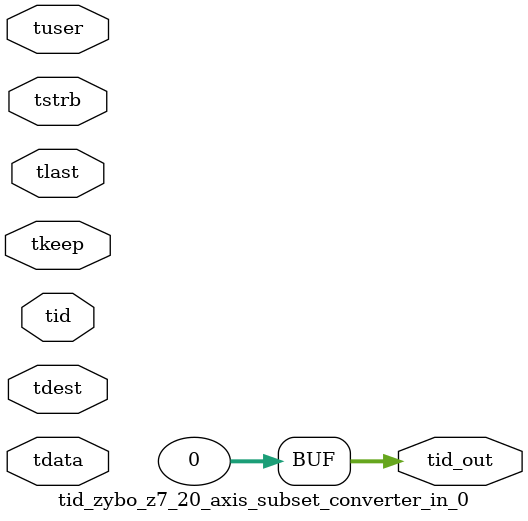
<source format=v>


`timescale 1ps/1ps

module tid_zybo_z7_20_axis_subset_converter_in_0 #
(
parameter C_S_AXIS_TID_WIDTH   = 1,
parameter C_S_AXIS_TUSER_WIDTH = 0,
parameter C_S_AXIS_TDATA_WIDTH = 0,
parameter C_S_AXIS_TDEST_WIDTH = 0,
parameter C_M_AXIS_TID_WIDTH   = 32
)
(
input  [(C_S_AXIS_TID_WIDTH   == 0 ? 1 : C_S_AXIS_TID_WIDTH)-1:0       ] tid,
input  [(C_S_AXIS_TDATA_WIDTH == 0 ? 1 : C_S_AXIS_TDATA_WIDTH)-1:0     ] tdata,
input  [(C_S_AXIS_TUSER_WIDTH == 0 ? 1 : C_S_AXIS_TUSER_WIDTH)-1:0     ] tuser,
input  [(C_S_AXIS_TDEST_WIDTH == 0 ? 1 : C_S_AXIS_TDEST_WIDTH)-1:0     ] tdest,
input  [(C_S_AXIS_TDATA_WIDTH/8)-1:0 ] tkeep,
input  [(C_S_AXIS_TDATA_WIDTH/8)-1:0 ] tstrb,
input                                                                    tlast,
output [(C_M_AXIS_TID_WIDTH   == 0 ? 1 : C_M_AXIS_TID_WIDTH)-1:0       ] tid_out
);

assign tid_out = {1'b0};

endmodule


</source>
